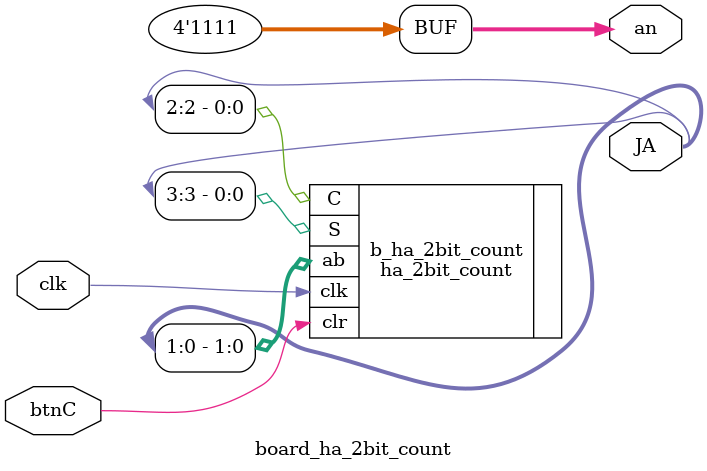
<source format=v>
`timescale 1ns / 1ps


module board_ha_2bit_count(
    input clk,
    input btnC,
//    output [3:0] led,
    output [3:0] JA, //uncomment and comment above line when it's PMOD time
    output [3:0] an //just to make sure the display doesn't light up 
    );
  
  assign an=4'b1111;
  
  ha_2bit_count b_ha_2bit_count(
    .clk(clk),
    .clr(btnC),
//    .S(led[3]),.C(led[2]),.ab(led[1:0])
    .S(JA[3]),.C(JA[2]),.ab(JA[1:0]) //uncomment and comment above line when it's PMOD time
  );
endmodule

</source>
